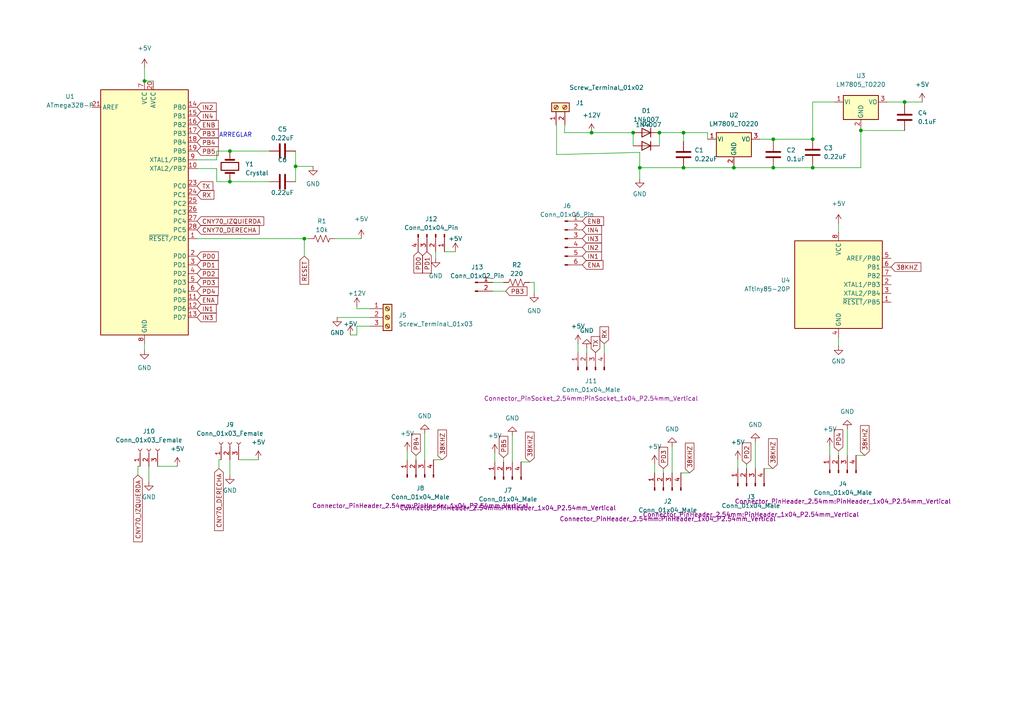
<source format=kicad_sch>
(kicad_sch (version 20230121) (generator eeschema)
  (paper "A4")
  (lib_symbols
    (symbol "+12V_1" (power) (pin_names (offset 0))
      (property "Value" "+12V_1" (at 0 3.556 0))
      (symbol "+12V_1_0_1"
        (polyline (pts (xy -0.762 1.27) (xy 0 2.54)))
        (polyline (pts (xy 0 0) (xy 0 2.54)))
        (polyline (pts (xy 0 2.54) (xy 0.762 1.27)))
      )
      (symbol "+12V_1_1_1"
        (pin power_in line (at 0 0 90) (length 0) hide (name "+12V") (number "1"))
      )
    )
    (symbol "+5V_1" (power) (pin_names (offset 0))
      (property "Value" "+5V_1" (at 0 3.556 0))
      (symbol "+5V_1_0_1"
        (polyline (pts (xy -0.762 1.27) (xy 0 2.54)))
        (polyline (pts (xy 0 0) (xy 0 2.54)))
        (polyline (pts (xy 0 2.54) (xy 0.762 1.27)))
      )
      (symbol "+5V_1_1_1"
        (pin power_in line (at 0 0 90) (length 0) hide (name "+5V") (number "1"))
      )
    )
    (symbol "+5V_2" (power) (pin_names (offset 0))
      (property "Value" "+5V_2" (at 0 3.556 0))
      (symbol "+5V_2_0_1"
        (polyline (pts (xy -0.762 1.27) (xy 0 2.54)))
        (polyline (pts (xy 0 0) (xy 0 2.54)))
        (polyline (pts (xy 0 2.54) (xy 0.762 1.27)))
      )
      (symbol "+5V_2_1_1"
        (pin power_in line (at 0 0 90) (length 0) hide (name "+5V") (number "1"))
      )
    )
    (symbol "Connector:Conn_01x02_Pin" (pin_names (offset 1.016) hide)
      (property "Reference" "J" (at 0 2.54 0))
      (property "Value" "Conn_01x02_Pin" (at 0 -5.08 0))
      (symbol "Conn_01x02_Pin_1_1"
        (polyline (pts (xy 1.27 -2.54) (xy 0.8636 -2.54)) (stroke (width 0.1524)))
        (polyline (pts (xy 1.27 0) (xy 0.8636 0)) (stroke (width 0.1524)))
        (rectangle (start 0.8636 -2.413) (end 0 -2.667) (stroke (width 0.1524)) (fill (type outline)))
        (rectangle (start 0.8636 0.127) (end 0 -0.127) (stroke (width 0.1524)) (fill (type outline)))
        (pin passive line (at 5.08 0 180) (length 3.81) (name "Pin_1") (number "1"))
        (pin passive line (at 5.08 -2.54 180) (length 3.81) (name "Pin_2") (number "2"))
      )
    )
    (symbol "Connector:Conn_01x03_Female" (pin_names (offset 1.016) hide)
      (property "Reference" "J" (at 0 5.08 0))
      (property "Value" "Conn_01x03_Female" (at 0 -5.08 0))
      (symbol "Conn_01x03_Female_1_1"
        (arc (start 0 -2.032) (mid -0.5058 -2.54) (end 0 -3.048) (stroke (width 0.1524)))
        (polyline (pts (xy -1.27 -2.54) (xy -0.508 -2.54)) (stroke (width 0.1524)))
        (polyline (pts (xy -1.27 0) (xy -0.508 0)) (stroke (width 0.1524)))
        (polyline (pts (xy -1.27 2.54) (xy -0.508 2.54)) (stroke (width 0.1524)))
        (arc (start 0 0.508) (mid -0.5058 0) (end 0 -0.508) (stroke (width 0.1524)))
        (arc (start 0 3.048) (mid -0.5058 2.54) (end 0 2.032) (stroke (width 0.1524)))
        (pin passive line (at -5.08 2.54 0) (length 3.81) (name "Pin_1") (number "1"))
        (pin passive line (at -5.08 0 0) (length 3.81) (name "Pin_2") (number "2"))
        (pin passive line (at -5.08 -2.54 0) (length 3.81) (name "Pin_3") (number "3"))
      )
    )
    (symbol "Connector:Conn_01x04_Male" (pin_names (offset 1.016) hide)
      (property "Reference" "J" (at 0 5.08 0))
      (property "Value" "Conn_01x04_Male" (at 0 -7.62 0))
      (symbol "Conn_01x04_Male_1_1"
        (polyline (pts (xy 1.27 -5.08) (xy 0.8636 -5.08)) (stroke (width 0.1524)))
        (polyline (pts (xy 1.27 -2.54) (xy 0.8636 -2.54)) (stroke (width 0.1524)))
        (polyline (pts (xy 1.27 0) (xy 0.8636 0)) (stroke (width 0.1524)))
        (polyline (pts (xy 1.27 2.54) (xy 0.8636 2.54)) (stroke (width 0.1524)))
        (rectangle (start 0.8636 -4.953) (end 0 -5.207) (stroke (width 0.1524)) (fill (type outline)))
        (rectangle (start 0.8636 -2.413) (end 0 -2.667) (stroke (width 0.1524)) (fill (type outline)))
        (rectangle (start 0.8636 0.127) (end 0 -0.127) (stroke (width 0.1524)) (fill (type outline)))
        (rectangle (start 0.8636 2.667) (end 0 2.413) (stroke (width 0.1524)) (fill (type outline)))
        (pin passive line (at 5.08 2.54 180) (length 3.81) (name "Pin_1") (number "1"))
        (pin passive line (at 5.08 0 180) (length 3.81) (name "Pin_2") (number "2"))
        (pin passive line (at 5.08 -2.54 180) (length 3.81) (name "Pin_3") (number "3"))
        (pin passive line (at 5.08 -5.08 180) (length 3.81) (name "Pin_4") (number "4"))
      )
    )
    (symbol "Connector:Conn_01x04_Pin" (pin_names (offset 1.016) hide)
      (property "Reference" "J" (at 0 5.08 0))
      (property "Value" "Conn_01x04_Pin" (at 0 -7.62 0))
      (symbol "Conn_01x04_Pin_1_1"
        (polyline (pts (xy 1.27 -5.08) (xy 0.8636 -5.08)) (stroke (width 0.1524)))
        (polyline (pts (xy 1.27 -2.54) (xy 0.8636 -2.54)) (stroke (width 0.1524)))
        (polyline (pts (xy 1.27 0) (xy 0.8636 0)) (stroke (width 0.1524)))
        (polyline (pts (xy 1.27 2.54) (xy 0.8636 2.54)) (stroke (width 0.1524)))
        (rectangle (start 0.8636 -4.953) (end 0 -5.207) (stroke (width 0.1524)) (fill (type outline)))
        (rectangle (start 0.8636 -2.413) (end 0 -2.667) (stroke (width 0.1524)) (fill (type outline)))
        (rectangle (start 0.8636 0.127) (end 0 -0.127) (stroke (width 0.1524)) (fill (type outline)))
        (rectangle (start 0.8636 2.667) (end 0 2.413) (stroke (width 0.1524)) (fill (type outline)))
        (pin passive line (at 5.08 2.54 180) (length 3.81) (name "Pin_1") (number "1"))
        (pin passive line (at 5.08 0 180) (length 3.81) (name "Pin_2") (number "2"))
        (pin passive line (at 5.08 -2.54 180) (length 3.81) (name "Pin_3") (number "3"))
        (pin passive line (at 5.08 -5.08 180) (length 3.81) (name "Pin_4") (number "4"))
      )
    )
    (symbol "Connector:Conn_01x06_Pin" (pin_names (offset 1.016) hide)
      (property "Reference" "J" (at 0 7.62 0))
      (property "Value" "Conn_01x06_Pin" (at 0 -10.16 0))
      (symbol "Conn_01x06_Pin_1_1"
        (polyline (pts (xy 1.27 -7.62) (xy 0.8636 -7.62)) (stroke (width 0.1524)))
        (polyline (pts (xy 1.27 -5.08) (xy 0.8636 -5.08)) (stroke (width 0.1524)))
        (polyline (pts (xy 1.27 -2.54) (xy 0.8636 -2.54)) (stroke (width 0.1524)))
        (polyline (pts (xy 1.27 0) (xy 0.8636 0)) (stroke (width 0.1524)))
        (polyline (pts (xy 1.27 2.54) (xy 0.8636 2.54)) (stroke (width 0.1524)))
        (polyline (pts (xy 1.27 5.08) (xy 0.8636 5.08)) (stroke (width 0.1524)))
        (rectangle (start 0.8636 -7.493) (end 0 -7.747) (stroke (width 0.1524)) (fill (type outline)))
        (rectangle (start 0.8636 -4.953) (end 0 -5.207) (stroke (width 0.1524)) (fill (type outline)))
        (rectangle (start 0.8636 -2.413) (end 0 -2.667) (stroke (width 0.1524)) (fill (type outline)))
        (rectangle (start 0.8636 0.127) (end 0 -0.127) (stroke (width 0.1524)) (fill (type outline)))
        (rectangle (start 0.8636 2.667) (end 0 2.413) (stroke (width 0.1524)) (fill (type outline)))
        (rectangle (start 0.8636 5.207) (end 0 4.953) (stroke (width 0.1524)) (fill (type outline)))
        (pin passive line (at 5.08 5.08 180) (length 3.81) (name "Pin_1") (number "1"))
        (pin passive line (at 5.08 2.54 180) (length 3.81) (name "Pin_2") (number "2"))
        (pin passive line (at 5.08 0 180) (length 3.81) (name "Pin_3") (number "3"))
        (pin passive line (at 5.08 -2.54 180) (length 3.81) (name "Pin_4") (number "4"))
        (pin passive line (at 5.08 -5.08 180) (length 3.81) (name "Pin_5") (number "5"))
        (pin passive line (at 5.08 -7.62 180) (length 3.81) (name "Pin_6") (number "6"))
      )
    )
    (symbol "Connector:Screw_Terminal_01x02" (pin_names (offset 1.016) hide)
      (property "Reference" "J" (at 0 2.54 0))
      (property "Value" "Screw_Terminal_01x02" (at 0 -5.08 0))
      (symbol "Screw_Terminal_01x02_1_1"
        (rectangle (start -1.27 1.27) (end 1.27 -3.81) (stroke (width 0.254)) (fill (type background)))
        (circle (center 0 -2.54) (radius 0.635) (stroke (width 0.1524)))
        (polyline (pts (xy -0.5334 -2.2098) (xy 0.3302 -3.048)) (stroke (width 0.1524)))
        (polyline (pts (xy -0.5334 0.3302) (xy 0.3302 -0.508)) (stroke (width 0.1524)))
        (polyline (pts (xy -0.3556 -2.032) (xy 0.508 -2.8702)) (stroke (width 0.1524)))
        (polyline (pts (xy -0.3556 0.508) (xy 0.508 -0.3302)) (stroke (width 0.1524)))
        (circle (center 0 0) (radius 0.635) (stroke (width 0.1524)))
        (pin passive line (at -5.08 0 0) (length 3.81) (name "Pin_1") (number "1"))
        (pin passive line (at -5.08 -2.54 0) (length 3.81) (name "Pin_2") (number "2"))
      )
    )
    (symbol "Connector:Screw_Terminal_01x03" (pin_names (offset 1.016) hide)
      (property "Reference" "J" (at 0 5.08 0))
      (property "Value" "Screw_Terminal_01x03" (at 0 -5.08 0))
      (symbol "Screw_Terminal_01x03_1_1"
        (rectangle (start -1.27 3.81) (end 1.27 -3.81) (stroke (width 0.254)) (fill (type background)))
        (circle (center 0 -2.54) (radius 0.635) (stroke (width 0.1524)))
        (polyline (pts (xy -0.5334 -2.2098) (xy 0.3302 -3.048)) (stroke (width 0.1524)))
        (polyline (pts (xy -0.5334 0.3302) (xy 0.3302 -0.508)) (stroke (width 0.1524)))
        (polyline (pts (xy -0.5334 2.8702) (xy 0.3302 2.032)) (stroke (width 0.1524)))
        (polyline (pts (xy -0.3556 -2.032) (xy 0.508 -2.8702)) (stroke (width 0.1524)))
        (polyline (pts (xy -0.3556 0.508) (xy 0.508 -0.3302)) (stroke (width 0.1524)))
        (polyline (pts (xy -0.3556 3.048) (xy 0.508 2.2098)) (stroke (width 0.1524)))
        (circle (center 0 0) (radius 0.635) (stroke (width 0.1524)))
        (circle (center 0 2.54) (radius 0.635) (stroke (width 0.1524)))
        (pin passive line (at -5.08 2.54 0) (length 3.81) (name "Pin_1") (number "1"))
        (pin passive line (at -5.08 0 0) (length 3.81) (name "Pin_2") (number "2"))
        (pin passive line (at -5.08 -2.54 0) (length 3.81) (name "Pin_3") (number "3"))
      )
    )
    (symbol "Device:C" (pin_numbers hide) (pin_names (offset 0.254))
      (property "Reference" "C" (at 0.635 2.54 0))
      (property "Value" "C" (at 0.635 -2.54 0))
      (symbol "C_0_1"
        (polyline (pts (xy -2.032 -0.762) (xy 2.032 -0.762)) (stroke (width 0.508)))
        (polyline (pts (xy -2.032 0.762) (xy 2.032 0.762)) (stroke (width 0.508)))
      )
      (symbol "C_1_1"
        (pin passive line (at 0 3.81 270) (length 2.794) (name "~") (number "1"))
        (pin passive line (at 0 -3.81 90) (length 2.794) (name "~") (number "2"))
      )
    )
    (symbol "Device:Crystal" (pin_numbers hide) (pin_names (offset 1.016) hide)
      (property "Reference" "Y" (at 0 3.81 0))
      (property "Value" "Crystal" (at 0 -3.81 0))
      (symbol "Crystal_0_1"
        (rectangle (start -1.143 2.54) (end 1.143 -2.54) (stroke (width 0.3048)))
        (polyline (pts (xy -2.54 0) (xy -1.905 0)))
        (polyline (pts (xy -1.905 -1.27) (xy -1.905 1.27)) (stroke (width 0.508)))
        (polyline (pts (xy 1.905 -1.27) (xy 1.905 1.27)) (stroke (width 0.508)))
        (polyline (pts (xy 2.54 0) (xy 1.905 0)))
      )
      (symbol "Crystal_1_1"
        (pin passive line (at -3.81 0 0) (length 1.27) (name "1") (number "1"))
        (pin passive line (at 3.81 0 180) (length 1.27) (name "2") (number "2"))
      )
    )
    (symbol "Device:R_US" (pin_numbers hide) (pin_names (offset 0))
      (property "Reference" "R" (at 2.54 0 90))
      (property "Value" "R_US" (at -2.54 0 90))
      (symbol "R_US_0_1"
        (polyline (pts (xy 0 -2.286) (xy 0 -2.54)))
        (polyline (pts (xy 0 2.286) (xy 0 2.54)))
        (polyline (pts (xy 0 -0.762) (xy 1.016 -1.143) (xy 0 -1.524) (xy -1.016 -1.905) (xy 0 -2.286)))
        (polyline (pts (xy 0 0.762) (xy 1.016 0.381) (xy 0 0) (xy -1.016 -0.381) (xy 0 -0.762)))
        (polyline (pts (xy 0 2.286) (xy 1.016 1.905) (xy 0 1.524) (xy -1.016 1.143) (xy 0 0.762)))
      )
      (symbol "R_US_1_1"
        (pin passive line (at 0 3.81 270) (length 1.27) (name "~") (number "1"))
        (pin passive line (at 0 -3.81 90) (length 1.27) (name "~") (number "2"))
      )
    )
    (symbol "Diode:1N4007" (pin_numbers hide) (pin_names (offset 1.016) hide)
      (property "Reference" "D" (at 0 2.54 0))
      (property "Value" "1N4007" (at 0 -2.54 0))
      (symbol "1N4007_0_1"
        (polyline (pts (xy -1.27 1.27) (xy -1.27 -1.27)) (stroke (width 0.254)))
        (polyline (pts (xy 1.27 0) (xy -1.27 0)))
        (polyline (pts (xy 1.27 1.27) (xy 1.27 -1.27) (xy -1.27 0) (xy 1.27 1.27)) (stroke (width 0.254)))
      )
      (symbol "1N4007_1_1"
        (pin passive line (at -3.81 0 0) (length 2.54) (name "K") (number "1"))
        (pin passive line (at 3.81 0 180) (length 2.54) (name "A") (number "2"))
      )
    )
    (symbol "GND_1" (power) (pin_names (offset 0))
      (property "Value" "GND_1" (at 0 -3.81 0))
      (symbol "GND_1_0_1"
        (polyline (pts (xy 0 0) (xy 0 -1.27) (xy 1.27 -1.27) (xy 0 -2.54) (xy -1.27 -1.27) (xy 0 -1.27)))
      )
      (symbol "GND_1_1_1"
        (pin power_in line (at 0 0 270) (length 0) hide (name "GND") (number "1"))
      )
    )
    (symbol "GND_2" (power) (pin_names (offset 0))
      (property "Value" "GND_2" (at 0 -3.81 0))
      (symbol "GND_2_0_1"
        (polyline (pts (xy 0 0) (xy 0 -1.27) (xy 1.27 -1.27) (xy 0 -2.54) (xy -1.27 -1.27) (xy 0 -1.27)))
      )
      (symbol "GND_2_1_1"
        (pin power_in line (at 0 0 270) (length 0) hide (name "GND") (number "1"))
      )
    )
    (symbol "GND_3" (power) (pin_names (offset 0))
      (property "Value" "GND_3" (at 0 -3.81 0))
      (symbol "GND_3_0_1"
        (polyline (pts (xy 0 0) (xy 0 -1.27) (xy 1.27 -1.27) (xy 0 -2.54) (xy -1.27 -1.27) (xy 0 -1.27)))
      )
      (symbol "GND_3_1_1"
        (pin power_in line (at 0 0 270) (length 0) hide (name "GND") (number "1"))
      )
    )
    (symbol "GND_4" (power) (pin_names (offset 0))
      (property "Value" "GND_4" (at 0 -3.81 0))
      (symbol "GND_4_0_1"
        (polyline (pts (xy 0 0) (xy 0 -1.27) (xy 1.27 -1.27) (xy 0 -2.54) (xy -1.27 -1.27) (xy 0 -1.27)))
      )
      (symbol "GND_4_1_1"
        (pin power_in line (at 0 0 270) (length 0) hide (name "GND") (number "1"))
      )
    )
    (symbol "MCU_Microchip_ATmega:ATmega328-P"
      (property "Reference" "U" (at -12.7 36.83 0))
      (property "Value" "ATmega328-P" (at 2.54 -36.83 0))
      (symbol "ATmega328-P_0_1"
        (rectangle (start -12.7 -35.56) (end 12.7 35.56) (stroke (width 0.254)) (fill (type background)))
      )
      (symbol "ATmega328-P_1_1"
        (pin bidirectional line (at 15.24 -7.62 180) (length 2.54) (name "~{RESET}/PC6") (number "1"))
        (pin bidirectional line (at 15.24 12.7 180) (length 2.54) (name "XTAL2/PB7") (number "10"))
        (pin bidirectional line (at 15.24 -25.4 180) (length 2.54) (name "PD5") (number "11"))
        (pin bidirectional line (at 15.24 -27.94 180) (length 2.54) (name "PD6") (number "12"))
        (pin bidirectional line (at 15.24 -30.48 180) (length 2.54) (name "PD7") (number "13"))
        (pin bidirectional line (at 15.24 30.48 180) (length 2.54) (name "PB0") (number "14"))
        (pin bidirectional line (at 15.24 27.94 180) (length 2.54) (name "PB1") (number "15"))
        (pin bidirectional line (at 15.24 25.4 180) (length 2.54) (name "PB2") (number "16"))
        (pin bidirectional line (at 15.24 22.86 180) (length 2.54) (name "PB3") (number "17"))
        (pin bidirectional line (at 15.24 20.32 180) (length 2.54) (name "PB4") (number "18"))
        (pin bidirectional line (at 15.24 17.78 180) (length 2.54) (name "PB5") (number "19"))
        (pin bidirectional line (at 15.24 -12.7 180) (length 2.54) (name "PD0") (number "2"))
        (pin power_in line (at 2.54 38.1 270) (length 2.54) (name "AVCC") (number "20"))
        (pin passive line (at -15.24 30.48 0) (length 2.54) (name "AREF") (number "21"))
        (pin passive line (at 0 -38.1 90) (length 2.54) hide (name "GND") (number "22"))
        (pin bidirectional line (at 15.24 7.62 180) (length 2.54) (name "PC0") (number "23"))
        (pin bidirectional line (at 15.24 5.08 180) (length 2.54) (name "PC1") (number "24"))
        (pin bidirectional line (at 15.24 2.54 180) (length 2.54) (name "PC2") (number "25"))
        (pin bidirectional line (at 15.24 0 180) (length 2.54) (name "PC3") (number "26"))
        (pin bidirectional line (at 15.24 -2.54 180) (length 2.54) (name "PC4") (number "27"))
        (pin bidirectional line (at 15.24 -5.08 180) (length 2.54) (name "PC5") (number "28"))
        (pin bidirectional line (at 15.24 -15.24 180) (length 2.54) (name "PD1") (number "3"))
        (pin bidirectional line (at 15.24 -17.78 180) (length 2.54) (name "PD2") (number "4"))
        (pin bidirectional line (at 15.24 -20.32 180) (length 2.54) (name "PD3") (number "5"))
        (pin bidirectional line (at 15.24 -22.86 180) (length 2.54) (name "PD4") (number "6"))
        (pin power_in line (at 0 38.1 270) (length 2.54) (name "VCC") (number "7"))
        (pin power_in line (at 0 -38.1 90) (length 2.54) (name "GND") (number "8"))
        (pin bidirectional line (at 15.24 15.24 180) (length 2.54) (name "XTAL1/PB6") (number "9"))
      )
    )
    (symbol "MCU_Microchip_ATtiny:ATtiny85-20P"
      (property "Reference" "U" (at -12.7 13.97 0))
      (property "Value" "ATtiny85-20P" (at 2.54 -13.97 0))
      (symbol "ATtiny85-20P_0_1"
        (rectangle (start -12.7 -12.7) (end 12.7 12.7) (stroke (width 0.254)) (fill (type background)))
      )
      (symbol "ATtiny85-20P_1_1"
        (pin bidirectional line (at 15.24 -5.08 180) (length 2.54) (name "~{RESET}/PB5") (number "1"))
        (pin bidirectional line (at 15.24 0 180) (length 2.54) (name "XTAL1/PB3") (number "2"))
        (pin bidirectional line (at 15.24 -2.54 180) (length 2.54) (name "XTAL2/PB4") (number "3"))
        (pin power_in line (at 0 -15.24 90) (length 2.54) (name "GND") (number "4"))
        (pin bidirectional line (at 15.24 7.62 180) (length 2.54) (name "AREF/PB0") (number "5"))
        (pin bidirectional line (at 15.24 5.08 180) (length 2.54) (name "PB1") (number "6"))
        (pin bidirectional line (at 15.24 2.54 180) (length 2.54) (name "PB2") (number "7"))
        (pin power_in line (at 0 15.24 270) (length 2.54) (name "VCC") (number "8"))
      )
    )
    (symbol "Regulator_Linear:LM7805_TO220" (pin_names (offset 0.254))
      (property "Reference" "U" (at -3.81 3.175 0))
      (property "Value" "LM7805_TO220" (at 0 3.175 0))
      (symbol "LM7805_TO220_0_1"
        (rectangle (start -5.08 1.905) (end 5.08 -5.08) (stroke (width 0.254)) (fill (type background)))
      )
      (symbol "LM7805_TO220_1_1"
        (pin power_in line (at -7.62 0 0) (length 2.54) (name "VI") (number "1"))
        (pin power_in line (at 0 -7.62 90) (length 2.54) (name "GND") (number "2"))
        (pin power_out line (at 7.62 0 180) (length 2.54) (name "VO") (number "3"))
      )
    )
    (symbol "Regulator_Linear:LM7809_TO220" (pin_names (offset 0.254))
      (property "Reference" "U" (at -3.81 3.175 0))
      (property "Value" "LM7809_TO220" (at 0 3.175 0))
      (symbol "LM7809_TO220_0_1"
        (rectangle (start -5.08 1.905) (end 5.08 -5.08) (stroke (width 0.254)) (fill (type background)))
      )
      (symbol "LM7809_TO220_1_1"
        (pin power_in line (at -7.62 0 0) (length 2.54) (name "VI") (number "1"))
        (pin power_in line (at 0 -7.62 90) (length 2.54) (name "GND") (number "2"))
        (pin power_out line (at 7.62 0 180) (length 2.54) (name "VO") (number "3"))
      )
    )
    (symbol "power:+12V" (power) (pin_names (offset 0))
      (property "Value" "+12V" (at 0 3.556 0))
      (symbol "+12V_0_1"
        (polyline (pts (xy -0.762 1.27) (xy 0 2.54)))
        (polyline (pts (xy 0 0) (xy 0 2.54)))
        (polyline (pts (xy 0 2.54) (xy 0.762 1.27)))
      )
      (symbol "+12V_1_1"
        (pin power_in line (at 0 0 90) (length 0) hide (name "+12V") (number "1"))
      )
    )
    (symbol "power:+5V" (power) (pin_names (offset 0))
      (property "Value" "+5V" (at 0 3.556 0))
      (symbol "+5V_0_1"
        (polyline (pts (xy -0.762 1.27) (xy 0 2.54)))
        (polyline (pts (xy 0 0) (xy 0 2.54)))
        (polyline (pts (xy 0 2.54) (xy 0.762 1.27)))
      )
      (symbol "+5V_1_1"
        (pin power_in line (at 0 0 90) (length 0) hide (name "+5V") (number "1"))
      )
    )
    (symbol "power:GND" (power) (pin_names (offset 0))
      (property "Value" "GND" (at 0 -3.81 0))
      (symbol "GND_0_1"
        (polyline (pts (xy 0 0) (xy 0 -1.27) (xy 1.27 -1.27) (xy 0 -2.54) (xy -1.27 -1.27) (xy 0 -1.27)))
      )
      (symbol "GND_1_1"
        (pin power_in line (at 0 0 270) (length 0) hide (name "GND") (number "1"))
      )
    )
  )
  (junction (at 66.675 52.705))
  (junction (at 224.282 40.386))
  (junction (at 85.725 48.26))
  (junction (at 66.675 43.815))
  (junction (at 185.547 48.641))
  (junction (at 235.712 48.641))
  (junction (at 198.247 48.641))
  (junction (at 249.682 37.846))
  (junction (at 88.265 69.215))
  (junction (at 171.577 38.481))
  (junction (at 198.247 38.481))
  (junction (at 235.712 40.386))
  (junction (at 183.642 38.481))
  (junction (at 41.91 23.495))
  (junction (at 262.382 29.591))
  (junction (at 224.282 48.641))
  (junction (at 212.852 48.641))
  (junction (at 191.262 38.481))
  (wire (pts (xy 191.262 38.481) (xy 191.262 42.291)))
  (wire (pts (xy 146.05 81.915) (xy 142.875 81.915)))
  (wire (pts (xy 243.205 64.77) (xy 243.205 67.31)))
  (wire (pts (xy 161.417 36.576) (xy 161.417 44.831)))
  (wire (pts (xy 69.215 133.35) (xy 74.93 133.35)))
  (wire (pts (xy 235.712 29.591) (xy 235.712 40.386)))
  (wire (pts (xy 97.79 92.075) (xy 107.315 92.075)))
  (wire (pts (xy 88.265 69.215) (xy 88.265 74.295)))
  (wire (pts (xy 154.94 81.915) (xy 154.94 85.09)))
  (wire (pts (xy 126.365 73.025) (xy 126.365 74.93)))
  (wire (pts (xy 120.65 132.08) (xy 120.65 133.35)))
  (wire (pts (xy 171.577 38.481) (xy 163.703 38.481)))
  (wire (pts (xy 175.26 99.695) (xy 175.26 102.235)))
  (wire (pts (xy 66.675 133.35) (xy 66.675 137.795)))
  (wire (pts (xy 167.64 99.695) (xy 167.64 102.235)))
  (wire (pts (xy 213.995 133.35) (xy 213.995 135.89)))
  (wire (pts (xy 163.703 38.481) (xy 163.83 36.195)))
  (wire (pts (xy 198.247 38.481) (xy 205.232 38.481)))
  (wire (pts (xy 267.462 29.591) (xy 262.382 29.591)))
  (wire (pts (xy 97.155 69.215) (xy 104.775 69.215)))
  (wire (pts (xy 40.005 137.795) (xy 40.005 135.255)))
  (wire (pts (xy 103.505 97.155) (xy 101.6 97.155)))
  (wire (pts (xy 171.577 38.481) (xy 183.642 38.481)))
  (wire (pts (xy 148.59 126.365) (xy 148.59 133.985)))
  (wire (pts (xy 185.547 48.641) (xy 198.247 48.641)))
  (wire (pts (xy 170.18 100.965) (xy 170.18 102.235)))
  (wire (pts (xy 107.315 94.615) (xy 103.505 94.615)))
  (wire (pts (xy 66.675 52.07) (xy 66.675 52.705)))
  (wire (pts (xy 194.945 129.54) (xy 194.945 137.16)))
  (wire (pts (xy 161.417 44.831) (xy 185.547 44.196)))
  (wire (pts (xy 224.282 48.641) (xy 235.712 48.641)))
  (wire (pts (xy 66.675 43.815) (xy 78.105 43.815)))
  (wire (pts (xy 40.005 135.255) (xy 40.64 135.255)))
  (wire (pts (xy 88.265 69.215) (xy 89.535 69.215)))
  (wire (pts (xy 103.505 89.535) (xy 103.505 88.9)))
  (wire (pts (xy 62.865 43.815) (xy 66.675 43.815)))
  (wire (pts (xy 212.852 48.641) (xy 224.282 48.641)))
  (wire (pts (xy 41.91 23.495) (xy 44.45 23.495)))
  (wire (pts (xy 257.302 29.591) (xy 262.382 29.591)))
  (wire (pts (xy 245.745 124.46) (xy 245.745 132.08)))
  (wire (pts (xy 41.91 19.685) (xy 41.91 23.495)))
  (wire (pts (xy 41.91 99.695) (xy 41.91 101.6)))
  (wire (pts (xy 220.472 40.386) (xy 224.282 40.386)))
  (wire (pts (xy 103.505 94.615) (xy 103.505 97.155)))
  (wire (pts (xy 243.205 130.81) (xy 243.205 132.08)))
  (wire (pts (xy 224.282 40.386) (xy 224.282 41.021)))
  (wire (pts (xy 235.712 48.641) (xy 235.712 48.006)))
  (wire (pts (xy 143.51 131.445) (xy 143.51 133.985)))
  (wire (pts (xy 151.13 133.985) (xy 153.67 133.985)))
  (wire (pts (xy 57.15 48.895) (xy 62.865 48.895)))
  (wire (pts (xy 62.865 52.705) (xy 66.675 52.705)))
  (wire (pts (xy 212.852 48.641) (xy 212.852 48.006)))
  (wire (pts (xy 146.05 132.715) (xy 146.05 133.985)))
  (wire (pts (xy 153.67 81.915) (xy 154.94 81.915)))
  (wire (pts (xy 221.615 135.89) (xy 224.155 135.89)))
  (wire (pts (xy 161.417 36.576) (xy 161.29 36.195)))
  (wire (pts (xy 197.485 137.16) (xy 200.025 137.16)))
  (wire (pts (xy 249.682 37.846) (xy 249.682 37.211)))
  (wire (pts (xy 57.15 46.355) (xy 62.865 46.355)))
  (wire (pts (xy 216.535 134.62) (xy 216.535 135.89)))
  (wire (pts (xy 262.382 29.591) (xy 262.382 30.226)))
  (wire (pts (xy 63.5 135.89) (xy 63.5 133.35)))
  (wire (pts (xy 107.315 89.535) (xy 103.505 89.535)))
  (wire (pts (xy 189.865 134.62) (xy 189.865 137.16)))
  (wire (pts (xy 62.865 46.355) (xy 62.865 43.815)))
  (wire (pts (xy 123.19 125.73) (xy 123.19 133.35)))
  (wire (pts (xy 249.682 37.846) (xy 262.382 37.846)))
  (wire (pts (xy 185.547 44.196) (xy 185.547 48.641)))
  (wire (pts (xy 198.247 48.641) (xy 212.852 48.641)))
  (wire (pts (xy 45.72 135.255) (xy 51.435 135.255)))
  (wire (pts (xy 142.875 84.455) (xy 146.685 84.455)))
  (wire (pts (xy 128.905 73.025) (xy 132.08 73.025)))
  (wire (pts (xy 85.725 43.815) (xy 85.725 48.26)))
  (wire (pts (xy 224.282 40.386) (xy 235.712 40.386)))
  (wire (pts (xy 118.11 130.81) (xy 118.11 133.35)))
  (wire (pts (xy 183.642 38.481) (xy 183.642 42.291)))
  (wire (pts (xy 235.712 48.641) (xy 249.682 48.641)))
  (wire (pts (xy 198.247 38.481) (xy 198.247 41.021)))
  (wire (pts (xy 125.73 133.35) (xy 128.27 133.35)))
  (wire (pts (xy 85.725 48.26) (xy 90.805 48.26)))
  (wire (pts (xy 66.675 52.705) (xy 78.105 52.705)))
  (wire (pts (xy 191.262 38.481) (xy 198.247 38.481)))
  (wire (pts (xy 57.15 69.215) (xy 88.265 69.215)))
  (wire (pts (xy 185.547 48.641) (xy 185.547 51.816)))
  (wire (pts (xy 219.075 128.27) (xy 219.075 135.89)))
  (wire (pts (xy 66.675 44.45) (xy 66.675 43.815)))
  (wire (pts (xy 243.205 97.79) (xy 243.205 100.33)))
  (wire (pts (xy 249.682 48.641) (xy 249.682 37.846)))
  (wire (pts (xy 85.725 52.705) (xy 85.725 48.26)))
  (wire (pts (xy 192.405 135.89) (xy 192.405 137.16)))
  (wire (pts (xy 43.18 135.255) (xy 43.18 139.7)))
  (wire (pts (xy 205.232 38.481) (xy 205.232 40.386)))
  (wire (pts (xy 242.062 29.591) (xy 235.712 29.591)))
  (wire (pts (xy 248.285 132.08) (xy 250.825 132.08)))
  (wire (pts (xy 63.5 133.35) (xy 64.135 133.35)))
  (wire (pts (xy 240.665 129.54) (xy 240.665 132.08)))
  (wire (pts (xy 62.865 48.895) (xy 62.865 52.705)))
  (text "ARREGLAR\n" (at 63.5 40.005 0) (effects (font (size 1.27 1.27)) (justify left bottom)))
  (global_label "PD4" (shape input) (at 243.205 130.81 90) (property "Intersheetrefs" "${INTERSHEET_REFS}" (effects hide)))
  (global_label "PD0" (shape input) (at 121.285 73.025 270) (property "Intersheetrefs" "${INTERSHEET_REFS}" (effects hide)))
  (global_label "IN2" (shape input) (at 168.91 71.755 0) (property "Intersheetrefs" "${INTERSHEET_REFS}" (effects hide)))
  (global_label "ENB" (shape input) (at 168.91 64.135 0) (property "Intersheetrefs" "${INTERSHEET_REFS}" (effects hide)))
  (global_label "CNY70_DERECHA" (shape input) (at 57.15 66.675 0) (property "Intersheetrefs" "${INTERSHEET_REFS}" (effects hide)))
  (global_label "IN3" (shape input) (at 168.91 69.215 0) (property "Intersheetrefs" "${INTERSHEET_REFS}" (effects hide)))
  (global_label "ENA" (shape input) (at 168.91 76.835 0) (property "Intersheetrefs" "${INTERSHEET_REFS}" (effects hide)))
  (global_label "38KHZ" (shape input) (at 200.025 137.16 90) (property "Intersheetrefs" "${INTERSHEET_REFS}" (effects hide)))
  (global_label "ENA" (shape input) (at 57.15 86.995 0) (property "Intersheetrefs" "${INTERSHEET_REFS}" (effects hide)))
  (global_label "38KHZ" (shape input) (at 128.27 133.35 90) (property "Intersheetrefs" "${INTERSHEET_REFS}" (effects hide)))
  (global_label "CNY70_DERECHA" (shape input) (at 63.5 135.89 270) (property "Intersheetrefs" "${INTERSHEET_REFS}" (effects hide)))
  (global_label "PB5" (shape input) (at 57.15 43.815 0) (property "Intersheetrefs" "${INTERSHEET_REFS}" (effects hide)))
  (global_label "PD3" (shape input) (at 57.15 81.915 0) (property "Intersheetrefs" "${INTERSHEET_REFS}" (effects hide)))
  (global_label "PD1" (shape input) (at 57.15 76.835 0) (property "Intersheetrefs" "${INTERSHEET_REFS}" (effects hide)))
  (global_label "PB5" (shape input) (at 146.05 132.715 90) (property "Intersheetrefs" "${INTERSHEET_REFS}" (effects hide)))
  (global_label "CNY70_IZQUIERDA" (shape input) (at 40.005 137.795 270) (property "Intersheetrefs" "${INTERSHEET_REFS}" (effects hide)))
  (global_label "38KHZ" (shape input) (at 258.445 77.47 0) (property "Intersheetrefs" "${INTERSHEET_REFS}" (effects hide)))
  (global_label "ENB" (shape input) (at 57.15 36.195 0) (property "Intersheetrefs" "${INTERSHEET_REFS}" (effects hide)))
  (global_label "IN4" (shape input) (at 168.91 66.675 0) (property "Intersheetrefs" "${INTERSHEET_REFS}" (effects hide)))
  (global_label "PB4" (shape input) (at 57.15 41.275 0) (property "Intersheetrefs" "${INTERSHEET_REFS}" (effects hide)))
  (global_label "IN1" (shape input) (at 57.15 89.535 0) (property "Intersheetrefs" "${INTERSHEET_REFS}" (effects hide)))
  (global_label "PD2" (shape input) (at 57.15 79.375 0) (property "Intersheetrefs" "${INTERSHEET_REFS}" (effects hide)))
  (global_label "38KHZ" (shape input) (at 153.67 133.985 90) (property "Intersheetrefs" "${INTERSHEET_REFS}" (effects hide)))
  (global_label "IN1" (shape input) (at 168.91 74.295 0) (property "Intersheetrefs" "${INTERSHEET_REFS}" (effects hide)))
  (global_label "IN2" (shape input) (at 57.15 31.115 0) (property "Intersheetrefs" "${INTERSHEET_REFS}" (effects hide)))
  (global_label "PB4" (shape input) (at 120.65 132.08 90) (property "Intersheetrefs" "${INTERSHEET_REFS}" (effects hide)))
  (global_label "PD1" (shape input) (at 123.825 73.025 270) (property "Intersheetrefs" "${INTERSHEET_REFS}" (effects hide)))
  (global_label "TX" (shape input) (at 57.15 53.975 0) (property "Intersheetrefs" "${INTERSHEET_REFS}" (effects hide)))
  (global_label "TX" (shape input) (at 172.72 102.235 90) (property "Intersheetrefs" "${INTERSHEET_REFS}" (effects hide)))
  (global_label "PD0" (shape input) (at 57.15 74.295 0) (property "Intersheetrefs" "${INTERSHEET_REFS}" (effects hide)))
  (global_label "PD2" (shape input) (at 216.535 134.62 90) (property "Intersheetrefs" "${INTERSHEET_REFS}" (effects hide)))
  (global_label "PB3" (shape input) (at 146.685 84.455 0) (property "Intersheetrefs" "${INTERSHEET_REFS}" (effects hide)))
  (global_label "IN4" (shape input) (at 57.15 33.655 0) (property "Intersheetrefs" "${INTERSHEET_REFS}" (effects hide)))
  (global_label "IN3" (shape input) (at 57.15 92.075 0) (property "Intersheetrefs" "${INTERSHEET_REFS}" (effects hide)))
  (global_label "PD4" (shape input) (at 57.15 84.455 0) (property "Intersheetrefs" "${INTERSHEET_REFS}" (effects hide)))
  (global_label "38KHZ" (shape input) (at 250.825 132.08 90) (property "Intersheetrefs" "${INTERSHEET_REFS}" (effects hide)))
  (global_label "PD3" (shape input) (at 192.405 135.89 90) (property "Intersheetrefs" "${INTERSHEET_REFS}" (effects hide)))
  (global_label "CNY70_IZQUIERDA" (shape input) (at 57.15 64.135 0) (property "Intersheetrefs" "${INTERSHEET_REFS}" (effects hide)))
  (global_label "PB3" (shape input) (at 57.15 38.735 0) (property "Intersheetrefs" "${INTERSHEET_REFS}" (effects hide)))
  (global_label "RX" (shape input) (at 57.15 56.515 0) (property "Intersheetrefs" "${INTERSHEET_REFS}" (effects hide)))
  (global_label "RX" (shape input) (at 175.26 99.695 90) (property "Intersheetrefs" "${INTERSHEET_REFS}" (effects hide)))
  (global_label "38KHZ" (shape input) (at 224.155 135.89 90) (property "Intersheetrefs" "${INTERSHEET_REFS}" (effects hide)))
  (global_label "RESET" (shape input) (at 88.265 74.295 270) (property "Intersheetrefs" "${INTERSHEET_REFS}" (effects hide)))
  (symbol (lib_id "power:+12V") (at 171.577 38.481 0) (unit 1)
    (property "Reference" "#PWR01" (effects hide))
    (property "Value" "+12V" (at 171.577 33.401 0))
  )
  (symbol (lib_id "power:+5V") (at 167.64 99.695 0) (unit 1)
    (property "Reference" "#PWR027" (effects hide))
    (property "Value" "+5V" (at 167.64 94.615 0))
  )
  (symbol (lib_id "Regulator_Linear:LM7805_TO220") (at 249.682 29.591 0) (unit 1)
    (property "Reference" "U3" (at 249.682 21.971 0))
    (property "Value" "LM7805_TO220" (at 249.682 24.511 0))
    (property "Footprint" "Package_TO_SOT_THT:TO-220-3_Vertical" (effects hide))
    (property "Datasheet" "https://www.onsemi.cn/PowerSolutions/document/MC7800-D.PDF" (effects hide))
  )
  (symbol (lib_id "power:GND") (at 219.075 128.27 180) (unit 1)
    (property "Reference" "#PWR013" (effects hide))
    (property "Value" "GND" (at 219.075 123.19 0))
  )
  (symbol (lib_id "MCU_Microchip_ATtiny:ATtiny85-20P") (at 243.205 82.55 0) (unit 1)
    (property "Reference" "U4" (at 229.235 81.2799 0) (effects (justify right)))
    (property "Value" "ATtiny85-20P" (at 229.235 83.8199 0) (effects (justify right)))
    (property "Footprint" "Package_DIP:DIP-8_W7.62mm" (effects hide))
    (property "Datasheet" "http://ww1.microchip.com/downloads/en/DeviceDoc/atmel-2586-avr-8-bit-microcontroller-attiny25-attiny45-attiny85_datasheet.pdf" (effects hide))
  )
  (symbol (lib_id "power:+5V") (at 189.865 134.62 0) (unit 1)
    (property "Reference" "#PWR010" (effects hide))
    (property "Value" "+5V" (at 189.865 129.54 0))
  )
  (symbol (lib_id "Device:C") (at 198.247 44.831 180) (unit 1)
    (property "Reference" "C1" (at 201.422 43.5609 0) (effects (justify right)))
    (property "Value" "0.22uF" (at 201.422 46.1009 0) (effects (justify right)))
    (property "Footprint" "Capacitor_THT:C_Disc_D4.3mm_W1.9mm_P5.00mm" (effects hide))
  )
  (symbol (lib_id "Device:C") (at 81.915 43.815 270) (unit 1)
    (property "Reference" "C5" (at 81.915 37.465 90))
    (property "Value" "0.22uF" (at 81.915 40.005 90))
    (property "Footprint" "Capacitor_THT:C_Disc_D4.3mm_W1.9mm_P5.00mm" (effects hide))
  )
  (symbol (lib_id "power:GND") (at 185.547 51.816 0) (unit 1)
    (property "Reference" "#PWR02" (effects hide))
    (property "Value" "GND" (at 185.547 56.261 0))
  )
  (symbol (lib_name "+12V_1") (lib_id "power:+12V") (at 103.505 88.9 0) (unit 1)
    (property "Reference" "#PWR016" (effects hide))
    (property "Value" "+12V" (at 103.505 85.09 0))
  )
  (symbol (lib_id "Connector:Conn_01x06_Pin") (at 163.83 69.215 0) (unit 1)
    (property "Reference" "J6" (at 164.465 59.69 0))
    (property "Value" "Conn_01x06_Pin" (at 164.465 62.23 0))
    (property "Footprint" "Connector_PinHeader_2.54mm:PinHeader_1x06_P2.54mm_Horizontal" (effects hide))
  )
  (symbol (lib_id "Device:Crystal") (at 66.675 48.26 90) (unit 1)
    (property "Reference" "Y1" (at 71.12 47.625 90) (effects (justify right)))
    (property "Value" "Crystal" (at 71.12 50.165 90) (effects (justify right)))
    (property "Footprint" "Crystal:Crystal_HC18-U_Vertical" (effects hide))
  )
  (symbol (lib_id "power:+5V") (at 41.91 19.685 0) (unit 1)
    (property "Reference" "#PWR04" (effects hide))
    (property "Value" "+5V" (at 41.91 13.97 0))
  )
  (symbol (lib_id "Device:C") (at 224.282 44.831 180) (unit 1)
    (property "Reference" "C2" (at 228.092 43.5609 0) (effects (justify right)))
    (property "Value" "0.1uF" (at 228.092 46.1009 0) (effects (justify right)))
    (property "Footprint" "Capacitor_THT:C_Disc_D4.3mm_W1.9mm_P5.00mm" (effects hide))
  )
  (symbol (lib_id "Diode:1N4007") (at 187.452 42.291 180) (unit 1)
    (property "Reference" "D2" (at 187.452 35.941 0))
    (property "Value" "1N4007" (at 188.087 36.195 0))
    (property "Footprint" "Diode_THT:D_DO-41_SOD81_P5.08mm_Vertical_KathodeUp" (effects hide))
    (property "Datasheet" "http://www.vishay.com/docs/88503/1n4001.pdf" (effects hide))
  )
  (symbol (lib_id "power:GND") (at 194.945 129.54 180) (unit 1)
    (property "Reference" "#PWR011" (effects hide))
    (property "Value" "GND" (at 194.945 124.46 0))
  )
  (symbol (lib_id "MCU_Microchip_ATmega:ATmega328-P") (at 41.91 61.595 0) (unit 1)
    (property "Reference" "U1" (at 20.32 27.9909 0))
    (property "Value" "ATmega328-P" (at 20.32 30.5309 0))
    (property "Footprint" "Package_DIP:DIP-28_W7.62mm" (effects hide))
    (property "Datasheet" "http://ww1.microchip.com/downloads/en/DeviceDoc/ATmega328_P%20AVR%20MCU%20with%20picoPower%20Technology%20Data%20Sheet%2040001984A.pdf" (effects hide))
  )
  (symbol (lib_id "Connector:Conn_01x04_Male") (at 120.65 138.43 90) (unit 1)
    (property "Reference" "J8" (at 121.92 141.605 90))
    (property "Value" "Conn_01x04_Male" (at 121.92 144.145 90))
    (property "Footprint" "Connector_PinHeader_2.54mm:PinHeader_1x04_P2.54mm_Vertical" (at 121.92 146.685 90))
  )
  (symbol (lib_id "power:+5V") (at 51.435 135.255 0) (unit 1)
    (property "Reference" "#PWR026" (effects hide))
    (property "Value" "+5V" (at 51.435 130.175 0))
  )
  (symbol (lib_id "Device:C") (at 81.915 52.705 270) (unit 1)
    (property "Reference" "C6" (at 81.915 46.355 90))
    (property "Value" "0.22uF" (at 81.915 55.88 90))
    (property "Footprint" "Capacitor_THT:C_Disc_D4.3mm_W1.9mm_P5.00mm" (effects hide))
  )
  (symbol (lib_id "power:GND") (at 170.18 100.965 180) (unit 1)
    (property "Reference" "#PWR028" (effects hide))
    (property "Value" "GND" (at 170.18 95.885 0))
  )
  (symbol (lib_id "power:GND") (at 148.59 126.365 180) (unit 1)
    (property "Reference" "#PWR020" (effects hide))
    (property "Value" "GND" (at 148.59 121.285 0))
  )
  (symbol (lib_id "power:+5V") (at 118.11 130.81 0) (unit 1)
    (property "Reference" "#PWR021" (effects hide))
    (property "Value" "+5V" (at 118.11 125.73 0))
  )
  (symbol (lib_id "power:+5V") (at 74.93 133.35 0) (unit 1)
    (property "Reference" "#PWR024" (effects hide))
    (property "Value" "+5V" (at 74.93 128.27 0))
  )
  (symbol (lib_id "power:GND") (at 41.91 101.6 0) (unit 1)
    (property "Reference" "#PWR05" (effects hide))
    (property "Value" "GND" (at 41.91 106.68 0))
  )
  (symbol (lib_id "power:GND") (at 43.18 139.7 0) (unit 1)
    (property "Reference" "#PWR025" (effects hide))
    (property "Value" "GND" (at 43.18 144.145 0))
  )
  (symbol (lib_name "+5V_1") (lib_id "power:+5V") (at 101.6 97.155 0) (unit 1)
    (property "Reference" "#PWR018" (effects hide))
    (property "Value" "+5V" (at 101.6 93.98 0))
  )
  (symbol (lib_id "Device:C") (at 235.712 44.196 180) (unit 1)
    (property "Reference" "C3" (at 238.887 42.9259 0) (effects (justify right)))
    (property "Value" "0.22uF" (at 238.887 45.4659 0) (effects (justify right)))
    (property "Footprint" "Capacitor_THT:C_Disc_D4.3mm_W1.9mm_P5.00mm" (effects hide))
  )
  (symbol (lib_id "power:+5V") (at 143.51 131.445 0) (unit 1)
    (property "Reference" "#PWR019" (effects hide))
    (property "Value" "+5V" (at 143.51 126.365 0))
  )
  (symbol (lib_id "Connector:Conn_01x04_Pin") (at 126.365 67.945 270) (unit 1)
    (property "Reference" "J12" (at 125.095 63.5 90))
    (property "Value" "Conn_01x04_Pin" (at 125.095 66.04 90))
    (property "Footprint" "Connector_PinHeader_2.54mm:PinHeader_1x04_P2.54mm_Vertical" (effects hide))
  )
  (symbol (lib_id "power:+5V") (at 267.462 29.591 0) (unit 1)
    (property "Reference" "#PWR03" (effects hide))
    (property "Value" "+5V" (at 267.462 24.511 0))
  )
  (symbol (lib_id "Connector:Conn_01x03_Female") (at 43.18 130.175 90) (unit 1)
    (property "Reference" "J10" (at 43.18 125.095 90))
    (property "Value" "Conn_01x03_Female" (at 43.18 127.635 90))
    (property "Footprint" "Connector_PinSocket_2.54mm:PinSocket_1x03_P2.54mm_Horizontal" (effects hide))
  )
  (symbol (lib_id "Connector:Conn_01x02_Pin") (at 137.795 81.915 0) (unit 1)
    (property "Reference" "J13" (at 138.43 77.47 0))
    (property "Value" "Conn_01x02_Pin" (at 138.43 80.01 0))
    (property "Footprint" "Connector_PinHeader_2.54mm:PinHeader_1x02_P2.54mm_Vertical" (effects hide))
  )
  (symbol (lib_id "Connector:Screw_Terminal_01x03") (at 112.395 92.075 0) (unit 1)
    (property "Reference" "J5" (at 115.57 91.44 0) (effects (justify left)))
    (property "Value" "Screw_Terminal_01x03" (at 115.57 93.98 0) (effects (justify left)))
    (property "Footprint" "TerminalBlock:TerminalBlock_bornier-3_P5.08mm" (effects hide))
  )
  (symbol (lib_id "power:GND") (at 243.205 100.33 0) (unit 1)
    (property "Reference" "#PWR09" (effects hide))
    (property "Value" "GND" (at 243.205 104.775 0))
  )
  (symbol (lib_id "Diode:1N4007") (at 187.452 38.481 180) (unit 1)
    (property "Reference" "D1" (at 187.452 32.131 0))
    (property "Value" "1N4007" (at 187.452 34.671 0))
    (property "Footprint" "Diode_THT:D_DO-41_SOD81_P5.08mm_Vertical_KathodeUp" (effects hide))
    (property "Datasheet" "http://www.vishay.com/docs/88503/1n4001.pdf" (effects hide))
  )
  (symbol (lib_id "power:+5V") (at 213.995 133.35 0) (unit 1)
    (property "Reference" "#PWR012" (effects hide))
    (property "Value" "+5V" (at 213.995 128.27 0))
  )
  (symbol (lib_id "Connector:Conn_01x04_Male") (at 146.05 139.065 90) (unit 1)
    (property "Reference" "J7" (at 147.32 142.24 90))
    (property "Value" "Conn_01x04_Male" (at 147.32 144.78 90))
    (property "Footprint" "Connector_PinHeader_2.54mm:PinHeader_1x04_P2.54mm_Vertical" (at 147.32 147.32 90))
  )
  (symbol (lib_name "GND_2") (lib_id "power:GND") (at 97.79 92.075 0) (unit 1)
    (property "Reference" "#PWR017" (effects hide))
    (property "Value" "GND" (at 97.79 96.52 0))
  )
  (symbol (lib_id "Connector:Screw_Terminal_01x02") (at 161.29 31.115 90) (unit 1)
    (property "Reference" "J1" (at 167.005 29.8449 90) (effects (justify right)))
    (property "Value" "Screw_Terminal_01x02" (at 165.1 25.4 90) (effects (justify right)))
    (property "Footprint" "TerminalBlock:TerminalBlock_bornier-2_P5.08mm" (effects hide))
  )
  (symbol (lib_id "power:+5V") (at 240.665 129.54 0) (unit 1)
    (property "Reference" "#PWR014" (effects hide))
    (property "Value" "+5V" (at 240.665 124.46 0))
  )
  (symbol (lib_id "power:GND") (at 123.19 125.73 180) (unit 1)
    (property "Reference" "#PWR022" (effects hide))
    (property "Value" "GND" (at 123.19 120.65 0))
  )
  (symbol (lib_name "GND_1") (lib_id "power:GND") (at 90.805 48.26 0) (unit 1)
    (property "Reference" "#PWR07" (effects hide))
    (property "Value" "GND" (at 90.805 53.34 0))
  )
  (symbol (lib_id "Connector:Conn_01x04_Male") (at 170.18 107.315 90) (unit 1)
    (property "Reference" "J11" (at 171.45 110.49 90))
    (property "Value" "Conn_01x04_Male" (at 171.45 113.03 90))
    (property "Footprint" "Connector_PinSocket_2.54mm:PinSocket_1x04_P2.54mm_Vertical" (at 171.45 115.57 90))
  )
  (symbol (lib_id "Device:R_US") (at 149.86 81.915 90) (unit 1)
    (property "Reference" "R2" (at 149.86 76.835 90))
    (property "Value" "220" (at 149.86 79.375 90))
    (property "Footprint" "Resistor_THT:R_Axial_DIN0204_L3.6mm_D1.6mm_P7.62mm_Horizontal" (effects hide))
  )
  (symbol (lib_id "Device:C") (at 262.382 34.036 180) (unit 1)
    (property "Reference" "C4" (at 266.192 32.7659 0) (effects (justify right)))
    (property "Value" "0.1uF" (at 266.192 35.3059 0) (effects (justify right)))
    (property "Footprint" "Capacitor_THT:C_Disc_D4.3mm_W1.9mm_P5.00mm" (effects hide))
  )
  (symbol (lib_id "Connector:Conn_01x04_Male") (at 243.205 137.16 90) (unit 1)
    (property "Reference" "J4" (at 244.475 140.335 90))
    (property "Value" "Conn_01x04_Male" (at 244.475 142.875 90))
    (property "Footprint" "Connector_PinHeader_2.54mm:PinHeader_1x04_P2.54mm_Vertical" (at 244.475 145.415 90))
  )
  (symbol (lib_id "power:+5V") (at 104.775 69.215 0) (unit 1)
    (property "Reference" "#PWR06" (effects hide))
    (property "Value" "+5V" (at 104.775 63.5 0))
  )
  (symbol (lib_id "Regulator_Linear:LM7809_TO220") (at 212.852 40.386 0) (unit 1)
    (property "Reference" "U2" (at 212.852 33.401 0))
    (property "Value" "LM7809_TO220" (at 212.852 35.941 0))
    (property "Footprint" "Package_TO_SOT_THT:TO-220-3_Vertical" (effects hide))
    (property "Datasheet" "https://www.onsemi.cn/PowerSolutions/document/MC7800-D.PDF" (effects hide))
  )
  (symbol (lib_name "GND_4") (lib_id "power:GND") (at 154.94 85.09 0) (unit 1)
    (property "Reference" "#PWR031" (effects hide))
    (property "Value" "GND" (at 154.94 90.17 0))
  )
  (symbol (lib_id "Connector:Conn_01x04_Male") (at 216.535 140.97 90) (unit 1)
    (property "Reference" "J3" (at 217.805 144.145 90))
    (property "Value" "Conn_01x04_Male" (at 217.805 146.685 90))
    (property "Footprint" "Connector_PinHeader_2.54mm:PinHeader_1x04_P2.54mm_Vertical" (at 217.805 149.225 90))
  )
  (symbol (lib_name "+5V_2") (lib_id "power:+5V") (at 132.08 73.025 0) (unit 1)
    (property "Reference" "#PWR029" (effects hide))
    (property "Value" "+5V" (at 132.08 69.215 0))
  )
  (symbol (lib_id "Connector:Conn_01x03_Female") (at 66.675 128.27 90) (unit 1)
    (property "Reference" "J9" (at 66.675 123.19 90))
    (property "Value" "Conn_01x03_Female" (at 66.675 125.73 90))
    (property "Footprint" "Connector_PinSocket_2.54mm:PinSocket_1x03_P2.54mm_Horizontal" (effects hide))
  )
  (symbol (lib_id "Device:R_US") (at 93.345 69.215 90) (unit 1)
    (property "Reference" "R1" (at 93.345 64.135 90))
    (property "Value" "10k" (at 93.345 66.675 90))
    (property "Footprint" "Resistor_THT:R_Axial_DIN0204_L3.6mm_D1.6mm_P1.90mm_Vertical" (effects hide))
  )
  (symbol (lib_name "GND_3") (lib_id "power:GND") (at 126.365 74.93 0) (unit 1)
    (property "Reference" "#PWR030" (effects hide))
    (property "Value" "GND" (at 126.365 80.01 0))
  )
  (symbol (lib_id "power:GND") (at 66.675 137.795 0) (unit 1)
    (property "Reference" "#PWR023" (effects hide))
    (property "Value" "GND" (at 66.675 142.24 0))
  )
  (symbol (lib_id "Connector:Conn_01x04_Male") (at 192.405 142.24 90) (unit 1)
    (property "Reference" "J2" (at 193.675 145.415 90))
    (property "Value" "Conn_01x04_Male" (at 193.675 147.955 90))
    (property "Footprint" "Connector_PinHeader_2.54mm:PinHeader_1x04_P2.54mm_Vertical" (at 193.675 150.495 90))
  )
  (symbol (lib_id "power:+5V") (at 243.205 64.77 0) (unit 1)
    (property "Reference" "#PWR08" (effects hide))
    (property "Value" "+5V" (at 243.205 59.055 0))
  )
  (symbol (lib_id "power:GND") (at 245.745 124.46 180) (unit 1)
    (property "Reference" "#PWR015" (effects hide))
    (property "Value" "GND" (at 245.745 119.38 0))
  )
)
</source>
